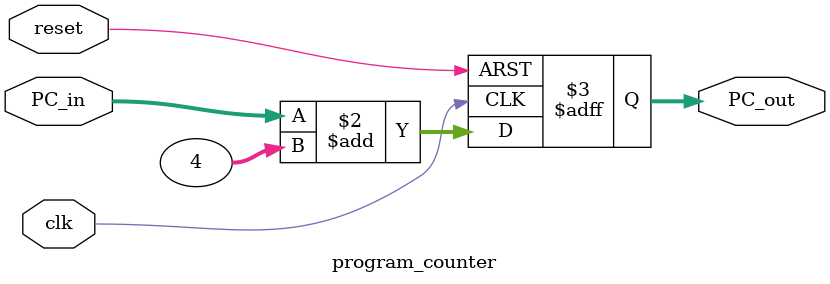
<source format=sv>
module program_counter(
	input clk,
	input reset,
	input [31:0] PC_in,
	output reg [31:0] PC_out
);
	always @(posedge clk or posedge reset) begin
		if (reset) begin
            PC_out <= 32'h00000000;
      end
		else begin
				PC_out = PC_in + 32'h00000004;
		end
   end
endmodule 



</source>
